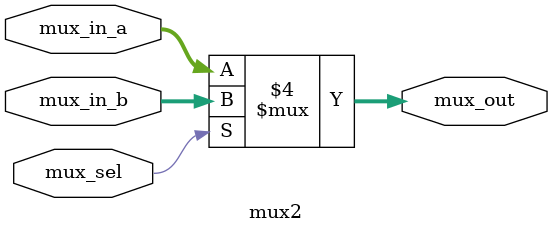
<source format=v>

module mux2
(
  input       [1:0] mux_in_a, // Declare mux data inputs
                    mux_in_b,
  input             mux_sel,  // Declare mux select input
  output reg  [1:0] mux_out   // Declare mux output
);

  always@(mux_in_a, mux_in_b, mux_sel)
  begin
    if ( mux_sel == 1'b0 )
      mux_out = mux_in_a;
    else
      mux_out = mux_in_b;
  end

endmodule

</source>
